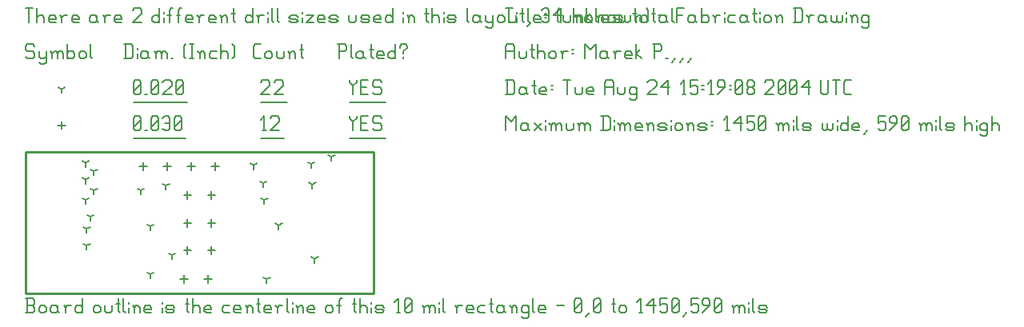
<source format=gbr>
G04 Title: (unknown), Fabrication Drawing *
G04 Creator: pcb-bin 1.99p *
G04 CreationDate: Tue Aug 24 15:19:08 2004 UTC *
G04 For: marek *
G04 Format: Gerber/RS-274X *
G04 PCB-Dimensions: 145000 59000 *
G04 PCB-Coordinate-Origin: lower left *
%MOIN*%
%FSLAX24Y24*%
%IPPOS*%
%ADD11C,0.0150*%
%ADD12C,0.0600*%
%ADD13C,0.0800*%
%ADD14R,0.0600X0.0600*%
%ADD15R,0.0800X0.0800*%
%ADD16C,0.0080*%
%ADD17C,0.0660*%
%ADD18C,0.0100*%
%ADD19C,0.0200*%
%ADD20C,0.0500*%
%ADD21C,0.0260*%
%ADD22R,0.0200X0.0200*%
%ADD23R,0.0500X0.0500*%
%ADD24R,0.0260X0.0260*%
%ADD25R,0.0360X0.0360*%
%ADD26R,0.0560X0.0560*%
%ADD27R,0.0420X0.0420*%
%ADD28R,0.0480X0.0480*%
%ADD29R,0.0680X0.0680*%
%ADD30R,0.0540X0.0540*%
%ADD31C,0.0400*%
%LNGROUP_1*%
%LPD*%
G01X0Y0D02*
G54D16*X6750Y4260D02*Y3940D01*
X6590Y4100D02*X6910D01*
X7750Y4260D02*Y3940D01*
X7590Y4100D02*X7910D01*
X6750Y1960D02*Y1640D01*
X6590Y1800D02*X6910D01*
X7750Y1960D02*Y1640D01*
X7590Y1800D02*X7910D01*
X7750Y3110D02*Y2790D01*
X7590Y2950D02*X7910D01*
X6750Y3110D02*Y2790D01*
X6590Y2950D02*X6910D01*
X7600Y760D02*Y440D01*
X7440Y600D02*X7760D01*
X6600Y760D02*Y440D01*
X6440Y600D02*X6760D01*
X7900Y5460D02*Y5140D01*
X7740Y5300D02*X8060D01*
X6900Y5460D02*Y5140D01*
X6740Y5300D02*X7060D01*
X5900Y5460D02*Y5140D01*
X5740Y5300D02*X6060D01*
X4900Y5460D02*Y5140D01*
X4740Y5300D02*X5060D01*
X1500Y7185D02*Y6865D01*
X1340Y7025D02*X1660D01*
G04 Text: YES *
X13500Y7400D02*Y7325D01*
X13650Y7175D01*
X13800Y7325D01*
Y7400D02*Y7325D01*
X13650Y7175D02*Y6800D01*
X13980Y7100D02*X14205D01*
X13980Y6800D02*X14280D01*
X13980Y7400D02*Y6800D01*
Y7400D02*X14280D01*
X14760D02*X14835Y7325D01*
X14535Y7400D02*X14760D01*
X14460Y7325D02*X14535Y7400D01*
X14460Y7325D02*Y7175D01*
X14535Y7100D01*
X14760D01*
X14835Y7025D01*
Y6875D01*
X14760Y6800D02*X14835Y6875D01*
X14535Y6800D02*X14760D01*
X14460Y6875D02*X14535Y6800D01*
X13500Y6474D02*X15015D01*
G04 Text: 12 *
X9875Y6800D02*X10025D01*
X9950Y7400D02*Y6800D01*
X9800Y7250D02*X9950Y7400D01*
X10205Y7325D02*X10280Y7400D01*
X10505D01*
X10580Y7325D01*
Y7175D01*
X10205Y6800D02*X10580Y7175D01*
X10205Y6800D02*X10580D01*
X9800Y6474D02*X10760D01*
G04 Text: 0.030 *
X4500Y6875D02*X4575Y6800D01*
X4500Y7325D02*Y6875D01*
Y7325D02*X4575Y7400D01*
X4725D01*
X4800Y7325D01*
Y6875D01*
X4725Y6800D02*X4800Y6875D01*
X4575Y6800D02*X4725D01*
X4500Y6950D02*X4800Y7250D01*
X4980Y6800D02*X5055D01*
X5235Y6875D02*X5310Y6800D01*
X5235Y7325D02*Y6875D01*
Y7325D02*X5310Y7400D01*
X5460D01*
X5535Y7325D01*
Y6875D01*
X5460Y6800D02*X5535Y6875D01*
X5310Y6800D02*X5460D01*
X5235Y6950D02*X5535Y7250D01*
X5715Y7325D02*X5790Y7400D01*
X5940D01*
X6015Y7325D01*
Y6875D01*
X5940Y6800D02*X6015Y6875D01*
X5790Y6800D02*X5940D01*
X5715Y6875D02*X5790Y6800D01*
Y7100D02*X6015D01*
X6195Y6875D02*X6270Y6800D01*
X6195Y7325D02*Y6875D01*
Y7325D02*X6270Y7400D01*
X6420D01*
X6495Y7325D01*
Y6875D01*
X6420Y6800D02*X6495Y6875D01*
X6270Y6800D02*X6420D01*
X6195Y6950D02*X6495Y7250D01*
X4500Y6474D02*X6675D01*
X5200Y800D02*Y640D01*
Y800D02*X5338Y880D01*
X5200Y800D02*X5061Y880D01*
X5200Y2800D02*Y2640D01*
Y2800D02*X5338Y2880D01*
X5200Y2800D02*X5061Y2880D01*
X2550Y2000D02*Y1840D01*
Y2000D02*X2688Y2080D01*
X2550Y2000D02*X2411Y2080D01*
X2500Y4750D02*Y4590D01*
Y4750D02*X2638Y4830D01*
X2500Y4750D02*X2361Y4830D01*
X6100Y1600D02*Y1440D01*
Y1600D02*X6238Y1680D01*
X6100Y1600D02*X5961Y1680D01*
X4800Y4300D02*Y4140D01*
Y4300D02*X4938Y4380D01*
X4800Y4300D02*X4661Y4380D01*
X2850Y5100D02*Y4940D01*
Y5100D02*X2988Y5180D01*
X2850Y5100D02*X2711Y5180D01*
X2550Y2700D02*Y2540D01*
Y2700D02*X2688Y2780D01*
X2550Y2700D02*X2411Y2780D01*
X9500Y5350D02*Y5190D01*
Y5350D02*X9638Y5430D01*
X9500Y5350D02*X9361Y5430D01*
X2500Y3900D02*Y3740D01*
Y3900D02*X2638Y3980D01*
X2500Y3900D02*X2361Y3980D01*
X2850Y4300D02*Y4140D01*
Y4300D02*X2988Y4380D01*
X2850Y4300D02*X2711Y4380D01*
X2500Y5450D02*Y5290D01*
Y5450D02*X2638Y5530D01*
X2500Y5450D02*X2361Y5530D01*
X5850Y4500D02*Y4340D01*
Y4500D02*X5988Y4580D01*
X5850Y4500D02*X5711Y4580D01*
X10050Y600D02*Y440D01*
Y600D02*X10188Y680D01*
X10050Y600D02*X9911Y680D01*
X9900Y4600D02*Y4440D01*
Y4600D02*X10038Y4680D01*
X9900Y4600D02*X9761Y4680D01*
X9950Y3900D02*Y3740D01*
Y3900D02*X10088Y3980D01*
X9950Y3900D02*X9811Y3980D01*
X10550Y2850D02*Y2690D01*
Y2850D02*X10688Y2930D01*
X10550Y2850D02*X10411Y2930D01*
X2700Y3200D02*Y3040D01*
Y3200D02*X2838Y3280D01*
X2700Y3200D02*X2561Y3280D01*
X12050Y1450D02*Y1290D01*
Y1450D02*X12188Y1530D01*
X12050Y1450D02*X11911Y1530D01*
X11950Y4550D02*Y4390D01*
Y4550D02*X12088Y4630D01*
X11950Y4550D02*X11811Y4630D01*
X11900Y5400D02*Y5240D01*
Y5400D02*X12038Y5480D01*
X11900Y5400D02*X11761Y5480D01*
X12750Y5700D02*Y5540D01*
Y5700D02*X12888Y5780D01*
X12750Y5700D02*X12611Y5780D01*
X1500Y8525D02*Y8365D01*
Y8525D02*X1638Y8605D01*
X1500Y8525D02*X1361Y8605D01*
G04 Text: YES *
X13500Y8900D02*Y8825D01*
X13650Y8675D01*
X13800Y8825D01*
Y8900D02*Y8825D01*
X13650Y8675D02*Y8300D01*
X13980Y8600D02*X14205D01*
X13980Y8300D02*X14280D01*
X13980Y8900D02*Y8300D01*
Y8900D02*X14280D01*
X14760D02*X14835Y8825D01*
X14535Y8900D02*X14760D01*
X14460Y8825D02*X14535Y8900D01*
X14460Y8825D02*Y8675D01*
X14535Y8600D01*
X14760D01*
X14835Y8525D01*
Y8375D01*
X14760Y8300D02*X14835Y8375D01*
X14535Y8300D02*X14760D01*
X14460Y8375D02*X14535Y8300D01*
X13500Y7974D02*X15015D01*
G04 Text: 22 *
X9800Y8825D02*X9875Y8900D01*
X10100D01*
X10175Y8825D01*
Y8675D01*
X9800Y8300D02*X10175Y8675D01*
X9800Y8300D02*X10175D01*
X10355Y8825D02*X10430Y8900D01*
X10655D01*
X10730Y8825D01*
Y8675D01*
X10355Y8300D02*X10730Y8675D01*
X10355Y8300D02*X10730D01*
X9800Y7974D02*X10910D01*
G04 Text: 0.020 *
X4500Y8375D02*X4575Y8300D01*
X4500Y8825D02*Y8375D01*
Y8825D02*X4575Y8900D01*
X4725D01*
X4800Y8825D01*
Y8375D01*
X4725Y8300D02*X4800Y8375D01*
X4575Y8300D02*X4725D01*
X4500Y8450D02*X4800Y8750D01*
X4980Y8300D02*X5055D01*
X5235Y8375D02*X5310Y8300D01*
X5235Y8825D02*Y8375D01*
Y8825D02*X5310Y8900D01*
X5460D01*
X5535Y8825D01*
Y8375D01*
X5460Y8300D02*X5535Y8375D01*
X5310Y8300D02*X5460D01*
X5235Y8450D02*X5535Y8750D01*
X5715Y8825D02*X5790Y8900D01*
X6015D01*
X6090Y8825D01*
Y8675D01*
X5715Y8300D02*X6090Y8675D01*
X5715Y8300D02*X6090D01*
X6270Y8375D02*X6345Y8300D01*
X6270Y8825D02*Y8375D01*
Y8825D02*X6345Y8900D01*
X6495D01*
X6570Y8825D01*
Y8375D01*
X6495Y8300D02*X6570Y8375D01*
X6345Y8300D02*X6495D01*
X6270Y8450D02*X6570Y8750D01*
X4500Y7974D02*X6750D01*
G04 Text: Symbol *
X300Y10400D02*X375Y10325D01*
X75Y10400D02*X300D01*
X0Y10325D02*X75Y10400D01*
X0Y10325D02*Y10175D01*
X75Y10100D01*
X300D01*
X375Y10025D01*
Y9875D01*
X300Y9800D02*X375Y9875D01*
X75Y9800D02*X300D01*
X0Y9875D02*X75Y9800D01*
X555Y10100D02*Y9875D01*
X630Y9800D01*
X855Y10100D02*Y9650D01*
X780Y9575D02*X855Y9650D01*
X630Y9575D02*X780D01*
X555Y9650D02*X630Y9575D01*
Y9800D02*X780D01*
X855Y9875D01*
X1110Y10025D02*Y9800D01*
Y10025D02*X1185Y10100D01*
X1260D01*
X1335Y10025D01*
Y9800D01*
Y10025D02*X1410Y10100D01*
X1485D01*
X1560Y10025D01*
Y9800D01*
X1035Y10100D02*X1110Y10025D01*
X1740Y10400D02*Y9800D01*
Y9875D02*X1815Y9800D01*
X1965D01*
X2040Y9875D01*
Y10025D02*Y9875D01*
X1965Y10100D02*X2040Y10025D01*
X1815Y10100D02*X1965D01*
X1740Y10025D02*X1815Y10100D01*
X2220Y10025D02*Y9875D01*
Y10025D02*X2295Y10100D01*
X2445D01*
X2520Y10025D01*
Y9875D01*
X2445Y9800D02*X2520Y9875D01*
X2295Y9800D02*X2445D01*
X2220Y9875D02*X2295Y9800D01*
X2700Y10400D02*Y9875D01*
X2775Y9800D01*
G04 Text: Diam. (Inch) *
X4175Y10400D02*Y9800D01*
X4400Y10400D02*X4475Y10325D01*
Y9875D01*
X4400Y9800D02*X4475Y9875D01*
X4100Y9800D02*X4400D01*
X4100Y10400D02*X4400D01*
X4655Y10250D02*Y10175D01*
Y10025D02*Y9800D01*
X5030Y10100D02*X5105Y10025D01*
X4880Y10100D02*X5030D01*
X4805Y10025D02*X4880Y10100D01*
X4805Y10025D02*Y9875D01*
X4880Y9800D01*
X5105Y10100D02*Y9875D01*
X5180Y9800D01*
X4880D02*X5030D01*
X5105Y9875D01*
X5435Y10025D02*Y9800D01*
Y10025D02*X5510Y10100D01*
X5585D01*
X5660Y10025D01*
Y9800D01*
Y10025D02*X5735Y10100D01*
X5810D01*
X5885Y10025D01*
Y9800D01*
X5360Y10100D02*X5435Y10025D01*
X6065Y9800D02*X6140D01*
X6590Y9875D02*X6665Y9800D01*
X6590Y10325D02*X6665Y10400D01*
X6590Y10325D02*Y9875D01*
X6845Y10400D02*X6995D01*
X6920D02*Y9800D01*
X6845D02*X6995D01*
X7251Y10025D02*Y9800D01*
Y10025D02*X7326Y10100D01*
X7401D01*
X7476Y10025D01*
Y9800D01*
X7176Y10100D02*X7251Y10025D01*
X7731Y10100D02*X7956D01*
X7656Y10025D02*X7731Y10100D01*
X7656Y10025D02*Y9875D01*
X7731Y9800D01*
X7956D01*
X8136Y10400D02*Y9800D01*
Y10025D02*X8211Y10100D01*
X8361D01*
X8436Y10025D01*
Y9800D01*
X8616Y10400D02*X8691Y10325D01*
Y9875D01*
X8616Y9800D02*X8691Y9875D01*
G04 Text: Count *
X9575Y9800D02*X9800D01*
X9500Y9875D02*X9575Y9800D01*
X9500Y10325D02*Y9875D01*
Y10325D02*X9575Y10400D01*
X9800D01*
X9980Y10025D02*Y9875D01*
Y10025D02*X10055Y10100D01*
X10205D01*
X10280Y10025D01*
Y9875D01*
X10205Y9800D02*X10280Y9875D01*
X10055Y9800D02*X10205D01*
X9980Y9875D02*X10055Y9800D01*
X10460Y10100D02*Y9875D01*
X10535Y9800D01*
X10685D01*
X10760Y9875D01*
Y10100D02*Y9875D01*
X11015Y10025D02*Y9800D01*
Y10025D02*X11090Y10100D01*
X11165D01*
X11240Y10025D01*
Y9800D01*
X10940Y10100D02*X11015Y10025D01*
X11495Y10400D02*Y9875D01*
X11570Y9800D01*
X11420Y10175D02*X11570D01*
G04 Text: Plated? *
X13075Y10400D02*Y9800D01*
X13000Y10400D02*X13300D01*
X13375Y10325D01*
Y10175D01*
X13300Y10100D02*X13375Y10175D01*
X13075Y10100D02*X13300D01*
X13555Y10400D02*Y9875D01*
X13630Y9800D01*
X14005Y10100D02*X14080Y10025D01*
X13855Y10100D02*X14005D01*
X13780Y10025D02*X13855Y10100D01*
X13780Y10025D02*Y9875D01*
X13855Y9800D01*
X14080Y10100D02*Y9875D01*
X14155Y9800D01*
X13855D02*X14005D01*
X14080Y9875D01*
X14410Y10400D02*Y9875D01*
X14485Y9800D01*
X14335Y10175D02*X14485D01*
X14710Y9800D02*X14935D01*
X14635Y9875D02*X14710Y9800D01*
X14635Y10025D02*Y9875D01*
Y10025D02*X14710Y10100D01*
X14860D01*
X14935Y10025D01*
X14635Y9950D02*X14935D01*
Y10025D02*Y9950D01*
X15415Y10400D02*Y9800D01*
X15340D02*X15415Y9875D01*
X15190Y9800D02*X15340D01*
X15115Y9875D02*X15190Y9800D01*
X15115Y10025D02*Y9875D01*
Y10025D02*X15190Y10100D01*
X15340D01*
X15415Y10025D01*
X15745Y10100D02*Y10025D01*
Y9875D02*Y9800D01*
X15595Y10325D02*Y10250D01*
Y10325D02*X15670Y10400D01*
X15820D01*
X15895Y10325D01*
Y10250D01*
X15745Y10100D02*X15895Y10250D01*
G04 Text: There are 2 different drill sizes used in this layout, 34 holes total *
X0Y11900D02*X300D01*
X150D02*Y11300D01*
X480Y11900D02*Y11300D01*
Y11525D02*X555Y11600D01*
X705D01*
X780Y11525D01*
Y11300D01*
X1035D02*X1260D01*
X960Y11375D02*X1035Y11300D01*
X960Y11525D02*Y11375D01*
Y11525D02*X1035Y11600D01*
X1185D01*
X1260Y11525D01*
X960Y11450D02*X1260D01*
Y11525D02*Y11450D01*
X1515Y11525D02*Y11300D01*
Y11525D02*X1590Y11600D01*
X1740D01*
X1440D02*X1515Y11525D01*
X1995Y11300D02*X2220D01*
X1920Y11375D02*X1995Y11300D01*
X1920Y11525D02*Y11375D01*
Y11525D02*X1995Y11600D01*
X2145D01*
X2220Y11525D01*
X1920Y11450D02*X2220D01*
Y11525D02*Y11450D01*
X2895Y11600D02*X2970Y11525D01*
X2745Y11600D02*X2895D01*
X2670Y11525D02*X2745Y11600D01*
X2670Y11525D02*Y11375D01*
X2745Y11300D01*
X2970Y11600D02*Y11375D01*
X3045Y11300D01*
X2745D02*X2895D01*
X2970Y11375D01*
X3300Y11525D02*Y11300D01*
Y11525D02*X3375Y11600D01*
X3525D01*
X3225D02*X3300Y11525D01*
X3781Y11300D02*X4006D01*
X3706Y11375D02*X3781Y11300D01*
X3706Y11525D02*Y11375D01*
Y11525D02*X3781Y11600D01*
X3931D01*
X4006Y11525D01*
X3706Y11450D02*X4006D01*
Y11525D02*Y11450D01*
X4456Y11825D02*X4531Y11900D01*
X4756D01*
X4831Y11825D01*
Y11675D01*
X4456Y11300D02*X4831Y11675D01*
X4456Y11300D02*X4831D01*
X5581Y11900D02*Y11300D01*
X5506D02*X5581Y11375D01*
X5356Y11300D02*X5506D01*
X5281Y11375D02*X5356Y11300D01*
X5281Y11525D02*Y11375D01*
Y11525D02*X5356Y11600D01*
X5506D01*
X5581Y11525D01*
X5761Y11750D02*Y11675D01*
Y11525D02*Y11300D01*
X5986Y11825D02*Y11300D01*
Y11825D02*X6061Y11900D01*
X6136D01*
X5911Y11600D02*X6061D01*
X6361Y11825D02*Y11300D01*
Y11825D02*X6436Y11900D01*
X6511D01*
X6286Y11600D02*X6436D01*
X6736Y11300D02*X6961D01*
X6661Y11375D02*X6736Y11300D01*
X6661Y11525D02*Y11375D01*
Y11525D02*X6736Y11600D01*
X6886D01*
X6961Y11525D01*
X6661Y11450D02*X6961D01*
Y11525D02*Y11450D01*
X7217Y11525D02*Y11300D01*
Y11525D02*X7292Y11600D01*
X7442D01*
X7142D02*X7217Y11525D01*
X7697Y11300D02*X7922D01*
X7622Y11375D02*X7697Y11300D01*
X7622Y11525D02*Y11375D01*
Y11525D02*X7697Y11600D01*
X7847D01*
X7922Y11525D01*
X7622Y11450D02*X7922D01*
Y11525D02*Y11450D01*
X8177Y11525D02*Y11300D01*
Y11525D02*X8252Y11600D01*
X8327D01*
X8402Y11525D01*
Y11300D01*
X8102Y11600D02*X8177Y11525D01*
X8657Y11900D02*Y11375D01*
X8732Y11300D01*
X8582Y11675D02*X8732D01*
X9452Y11900D02*Y11300D01*
X9377D02*X9452Y11375D01*
X9227Y11300D02*X9377D01*
X9152Y11375D02*X9227Y11300D01*
X9152Y11525D02*Y11375D01*
Y11525D02*X9227Y11600D01*
X9377D01*
X9452Y11525D01*
X9707D02*Y11300D01*
Y11525D02*X9782Y11600D01*
X9932D01*
X9632D02*X9707Y11525D01*
X10113Y11750D02*Y11675D01*
Y11525D02*Y11300D01*
X10263Y11900D02*Y11375D01*
X10338Y11300D01*
X10488Y11900D02*Y11375D01*
X10563Y11300D01*
X11058D02*X11283D01*
X11358Y11375D01*
X11283Y11450D02*X11358Y11375D01*
X11058Y11450D02*X11283D01*
X10983Y11525D02*X11058Y11450D01*
X10983Y11525D02*X11058Y11600D01*
X11283D01*
X11358Y11525D01*
X10983Y11375D02*X11058Y11300D01*
X11538Y11750D02*Y11675D01*
Y11525D02*Y11300D01*
X11688Y11600D02*X11988D01*
X11688Y11300D02*X11988Y11600D01*
X11688Y11300D02*X11988D01*
X12243D02*X12468D01*
X12168Y11375D02*X12243Y11300D01*
X12168Y11525D02*Y11375D01*
Y11525D02*X12243Y11600D01*
X12393D01*
X12468Y11525D01*
X12168Y11450D02*X12468D01*
Y11525D02*Y11450D01*
X12724Y11300D02*X12949D01*
X13024Y11375D01*
X12949Y11450D02*X13024Y11375D01*
X12724Y11450D02*X12949D01*
X12649Y11525D02*X12724Y11450D01*
X12649Y11525D02*X12724Y11600D01*
X12949D01*
X13024Y11525D01*
X12649Y11375D02*X12724Y11300D01*
X13474Y11600D02*Y11375D01*
X13549Y11300D01*
X13699D01*
X13774Y11375D01*
Y11600D02*Y11375D01*
X14029Y11300D02*X14254D01*
X14329Y11375D01*
X14254Y11450D02*X14329Y11375D01*
X14029Y11450D02*X14254D01*
X13954Y11525D02*X14029Y11450D01*
X13954Y11525D02*X14029Y11600D01*
X14254D01*
X14329Y11525D01*
X13954Y11375D02*X14029Y11300D01*
X14584D02*X14809D01*
X14509Y11375D02*X14584Y11300D01*
X14509Y11525D02*Y11375D01*
Y11525D02*X14584Y11600D01*
X14734D01*
X14809Y11525D01*
X14509Y11450D02*X14809D01*
Y11525D02*Y11450D01*
X15289Y11900D02*Y11300D01*
X15214D02*X15289Y11375D01*
X15064Y11300D02*X15214D01*
X14989Y11375D02*X15064Y11300D01*
X14989Y11525D02*Y11375D01*
Y11525D02*X15064Y11600D01*
X15214D01*
X15289Y11525D01*
X15739Y11750D02*Y11675D01*
Y11525D02*Y11300D01*
X15964Y11525D02*Y11300D01*
Y11525D02*X16039Y11600D01*
X16114D01*
X16189Y11525D01*
Y11300D01*
X15889Y11600D02*X15964Y11525D01*
X16715Y11900D02*Y11375D01*
X16790Y11300D01*
X16640Y11675D02*X16790D01*
X16940Y11900D02*Y11300D01*
Y11525D02*X17015Y11600D01*
X17165D01*
X17240Y11525D01*
Y11300D01*
X17420Y11750D02*Y11675D01*
Y11525D02*Y11300D01*
X17645D02*X17870D01*
X17945Y11375D01*
X17870Y11450D02*X17945Y11375D01*
X17645Y11450D02*X17870D01*
X17570Y11525D02*X17645Y11450D01*
X17570Y11525D02*X17645Y11600D01*
X17870D01*
X17945Y11525D01*
X17570Y11375D02*X17645Y11300D01*
X18395Y11900D02*Y11375D01*
X18470Y11300D01*
X18845Y11600D02*X18920Y11525D01*
X18695Y11600D02*X18845D01*
X18620Y11525D02*X18695Y11600D01*
X18620Y11525D02*Y11375D01*
X18695Y11300D01*
X18920Y11600D02*Y11375D01*
X18995Y11300D01*
X18695D02*X18845D01*
X18920Y11375D01*
X19176Y11600D02*Y11375D01*
X19251Y11300D01*
X19476Y11600D02*Y11150D01*
X19401Y11075D02*X19476Y11150D01*
X19251Y11075D02*X19401D01*
X19176Y11150D02*X19251Y11075D01*
Y11300D02*X19401D01*
X19476Y11375D01*
X19656Y11525D02*Y11375D01*
Y11525D02*X19731Y11600D01*
X19881D01*
X19956Y11525D01*
Y11375D01*
X19881Y11300D02*X19956Y11375D01*
X19731Y11300D02*X19881D01*
X19656Y11375D02*X19731Y11300D01*
X20136Y11600D02*Y11375D01*
X20211Y11300D01*
X20361D01*
X20436Y11375D01*
Y11600D02*Y11375D01*
X20691Y11900D02*Y11375D01*
X20766Y11300D01*
X20616Y11675D02*X20766D01*
X20916Y11150D02*X21066Y11300D01*
X21516Y11825D02*X21591Y11900D01*
X21741D01*
X21816Y11825D01*
Y11375D01*
X21741Y11300D02*X21816Y11375D01*
X21591Y11300D02*X21741D01*
X21516Y11375D02*X21591Y11300D01*
Y11600D02*X21816D01*
X21996D02*X22296Y11900D01*
X21996Y11600D02*X22371D01*
X22296Y11900D02*Y11300D01*
X22822Y11900D02*Y11300D01*
Y11525D02*X22897Y11600D01*
X23047D01*
X23122Y11525D01*
Y11300D01*
X23302Y11525D02*Y11375D01*
Y11525D02*X23377Y11600D01*
X23527D01*
X23602Y11525D01*
Y11375D01*
X23527Y11300D02*X23602Y11375D01*
X23377Y11300D02*X23527D01*
X23302Y11375D02*X23377Y11300D01*
X23782Y11900D02*Y11375D01*
X23857Y11300D01*
X24082D02*X24307D01*
X24007Y11375D02*X24082Y11300D01*
X24007Y11525D02*Y11375D01*
Y11525D02*X24082Y11600D01*
X24232D01*
X24307Y11525D01*
X24007Y11450D02*X24307D01*
Y11525D02*Y11450D01*
X24562Y11300D02*X24787D01*
X24862Y11375D01*
X24787Y11450D02*X24862Y11375D01*
X24562Y11450D02*X24787D01*
X24487Y11525D02*X24562Y11450D01*
X24487Y11525D02*X24562Y11600D01*
X24787D01*
X24862Y11525D01*
X24487Y11375D02*X24562Y11300D01*
X25387Y11900D02*Y11375D01*
X25462Y11300D01*
X25312Y11675D02*X25462D01*
X25612Y11525D02*Y11375D01*
Y11525D02*X25687Y11600D01*
X25837D01*
X25912Y11525D01*
Y11375D01*
X25837Y11300D02*X25912Y11375D01*
X25687Y11300D02*X25837D01*
X25612Y11375D02*X25687Y11300D01*
X26168Y11900D02*Y11375D01*
X26243Y11300D01*
X26093Y11675D02*X26243D01*
X26618Y11600D02*X26693Y11525D01*
X26468Y11600D02*X26618D01*
X26393Y11525D02*X26468Y11600D01*
X26393Y11525D02*Y11375D01*
X26468Y11300D01*
X26693Y11600D02*Y11375D01*
X26768Y11300D01*
X26468D02*X26618D01*
X26693Y11375D01*
X26948Y11900D02*Y11375D01*
X27023Y11300D01*
G04 Text: Maximum Dimensions: 1450 mils wide, 590 mils high *
X20000Y7400D02*Y6800D01*
Y7400D02*X20225Y7175D01*
X20450Y7400D01*
Y6800D01*
X20855Y7100D02*X20930Y7025D01*
X20705Y7100D02*X20855D01*
X20630Y7025D02*X20705Y7100D01*
X20630Y7025D02*Y6875D01*
X20705Y6800D01*
X20930Y7100D02*Y6875D01*
X21005Y6800D01*
X20705D02*X20855D01*
X20930Y6875D01*
X21185Y7100D02*X21485Y6800D01*
X21185D02*X21485Y7100D01*
X21665Y7250D02*Y7175D01*
Y7025D02*Y6800D01*
X21890Y7025D02*Y6800D01*
Y7025D02*X21965Y7100D01*
X22040D01*
X22115Y7025D01*
Y6800D01*
Y7025D02*X22190Y7100D01*
X22265D01*
X22340Y7025D01*
Y6800D01*
X21815Y7100D02*X21890Y7025D01*
X22520Y7100D02*Y6875D01*
X22595Y6800D01*
X22745D01*
X22820Y6875D01*
Y7100D02*Y6875D01*
X23075Y7025D02*Y6800D01*
Y7025D02*X23150Y7100D01*
X23225D01*
X23300Y7025D01*
Y6800D01*
Y7025D02*X23375Y7100D01*
X23450D01*
X23525Y7025D01*
Y6800D01*
X23000Y7100D02*X23075Y7025D01*
X24051Y7400D02*Y6800D01*
X24276Y7400D02*X24351Y7325D01*
Y6875D01*
X24276Y6800D02*X24351Y6875D01*
X23976Y6800D02*X24276D01*
X23976Y7400D02*X24276D01*
X24531Y7250D02*Y7175D01*
Y7025D02*Y6800D01*
X24756Y7025D02*Y6800D01*
Y7025D02*X24831Y7100D01*
X24906D01*
X24981Y7025D01*
Y6800D01*
Y7025D02*X25056Y7100D01*
X25131D01*
X25206Y7025D01*
Y6800D01*
X24681Y7100D02*X24756Y7025D01*
X25461Y6800D02*X25686D01*
X25386Y6875D02*X25461Y6800D01*
X25386Y7025D02*Y6875D01*
Y7025D02*X25461Y7100D01*
X25611D01*
X25686Y7025D01*
X25386Y6950D02*X25686D01*
Y7025D02*Y6950D01*
X25941Y7025D02*Y6800D01*
Y7025D02*X26016Y7100D01*
X26091D01*
X26166Y7025D01*
Y6800D01*
X25866Y7100D02*X25941Y7025D01*
X26421Y6800D02*X26646D01*
X26721Y6875D01*
X26646Y6950D02*X26721Y6875D01*
X26421Y6950D02*X26646D01*
X26346Y7025D02*X26421Y6950D01*
X26346Y7025D02*X26421Y7100D01*
X26646D01*
X26721Y7025D01*
X26346Y6875D02*X26421Y6800D01*
X26901Y7250D02*Y7175D01*
Y7025D02*Y6800D01*
X27052Y7025D02*Y6875D01*
Y7025D02*X27127Y7100D01*
X27277D01*
X27352Y7025D01*
Y6875D01*
X27277Y6800D02*X27352Y6875D01*
X27127Y6800D02*X27277D01*
X27052Y6875D02*X27127Y6800D01*
X27607Y7025D02*Y6800D01*
Y7025D02*X27682Y7100D01*
X27757D01*
X27832Y7025D01*
Y6800D01*
X27532Y7100D02*X27607Y7025D01*
X28087Y6800D02*X28312D01*
X28387Y6875D01*
X28312Y6950D02*X28387Y6875D01*
X28087Y6950D02*X28312D01*
X28012Y7025D02*X28087Y6950D01*
X28012Y7025D02*X28087Y7100D01*
X28312D01*
X28387Y7025D01*
X28012Y6875D02*X28087Y6800D01*
X28567Y7175D02*X28642D01*
X28567Y7025D02*X28642D01*
X29167Y6800D02*X29317D01*
X29242Y7400D02*Y6800D01*
X29092Y7250D02*X29242Y7400D01*
X29497Y7100D02*X29797Y7400D01*
X29497Y7100D02*X29872D01*
X29797Y7400D02*Y6800D01*
X30053Y7400D02*X30353D01*
X30053D02*Y7100D01*
X30128Y7175D01*
X30278D01*
X30353Y7100D01*
Y6875D01*
X30278Y6800D02*X30353Y6875D01*
X30128Y6800D02*X30278D01*
X30053Y6875D02*X30128Y6800D01*
X30533Y6875D02*X30608Y6800D01*
X30533Y7325D02*Y6875D01*
Y7325D02*X30608Y7400D01*
X30758D01*
X30833Y7325D01*
Y6875D01*
X30758Y6800D02*X30833Y6875D01*
X30608Y6800D02*X30758D01*
X30533Y6950D02*X30833Y7250D01*
X31358Y7025D02*Y6800D01*
Y7025D02*X31433Y7100D01*
X31508D01*
X31583Y7025D01*
Y6800D01*
Y7025D02*X31658Y7100D01*
X31733D01*
X31808Y7025D01*
Y6800D01*
X31283Y7100D02*X31358Y7025D01*
X31988Y7250D02*Y7175D01*
Y7025D02*Y6800D01*
X32138Y7400D02*Y6875D01*
X32213Y6800D01*
X32438D02*X32663D01*
X32738Y6875D01*
X32663Y6950D02*X32738Y6875D01*
X32438Y6950D02*X32663D01*
X32363Y7025D02*X32438Y6950D01*
X32363Y7025D02*X32438Y7100D01*
X32663D01*
X32738Y7025D01*
X32363Y6875D02*X32438Y6800D01*
X33188Y7100D02*Y6875D01*
X33263Y6800D01*
X33338D01*
X33413Y6875D01*
Y7100D02*Y6875D01*
X33488Y6800D01*
X33563D01*
X33638Y6875D01*
Y7100D02*Y6875D01*
X33819Y7250D02*Y7175D01*
Y7025D02*Y6800D01*
X34269Y7400D02*Y6800D01*
X34194D02*X34269Y6875D01*
X34044Y6800D02*X34194D01*
X33969Y6875D02*X34044Y6800D01*
X33969Y7025D02*Y6875D01*
Y7025D02*X34044Y7100D01*
X34194D01*
X34269Y7025D01*
X34524Y6800D02*X34749D01*
X34449Y6875D02*X34524Y6800D01*
X34449Y7025D02*Y6875D01*
Y7025D02*X34524Y7100D01*
X34674D01*
X34749Y7025D01*
X34449Y6950D02*X34749D01*
Y7025D02*Y6950D01*
X34929Y6650D02*X35079Y6800D01*
X35529Y7400D02*X35829D01*
X35529D02*Y7100D01*
X35604Y7175D01*
X35754D01*
X35829Y7100D01*
Y6875D01*
X35754Y6800D02*X35829Y6875D01*
X35604Y6800D02*X35754D01*
X35529Y6875D02*X35604Y6800D01*
X36009D02*X36309Y7100D01*
Y7325D02*Y7100D01*
X36234Y7400D02*X36309Y7325D01*
X36084Y7400D02*X36234D01*
X36009Y7325D02*X36084Y7400D01*
X36009Y7325D02*Y7175D01*
X36084Y7100D01*
X36309D01*
X36489Y6875D02*X36564Y6800D01*
X36489Y7325D02*Y6875D01*
Y7325D02*X36564Y7400D01*
X36714D01*
X36789Y7325D01*
Y6875D01*
X36714Y6800D02*X36789Y6875D01*
X36564Y6800D02*X36714D01*
X36489Y6950D02*X36789Y7250D01*
X37315Y7025D02*Y6800D01*
Y7025D02*X37390Y7100D01*
X37465D01*
X37540Y7025D01*
Y6800D01*
Y7025D02*X37615Y7100D01*
X37690D01*
X37765Y7025D01*
Y6800D01*
X37240Y7100D02*X37315Y7025D01*
X37945Y7250D02*Y7175D01*
Y7025D02*Y6800D01*
X38095Y7400D02*Y6875D01*
X38170Y6800D01*
X38395D02*X38620D01*
X38695Y6875D01*
X38620Y6950D02*X38695Y6875D01*
X38395Y6950D02*X38620D01*
X38320Y7025D02*X38395Y6950D01*
X38320Y7025D02*X38395Y7100D01*
X38620D01*
X38695Y7025D01*
X38320Y6875D02*X38395Y6800D01*
X39145Y7400D02*Y6800D01*
Y7025D02*X39220Y7100D01*
X39370D01*
X39445Y7025D01*
Y6800D01*
X39625Y7250D02*Y7175D01*
Y7025D02*Y6800D01*
X40001Y7100D02*X40076Y7025D01*
X39851Y7100D02*X40001D01*
X39776Y7025D02*X39851Y7100D01*
X39776Y7025D02*Y6875D01*
X39851Y6800D01*
X40001D01*
X40076Y6875D01*
X39776Y6650D02*X39851Y6575D01*
X40001D01*
X40076Y6650D01*
Y7100D02*Y6650D01*
X40256Y7400D02*Y6800D01*
Y7025D02*X40331Y7100D01*
X40481D01*
X40556Y7025D01*
Y6800D01*
*G04 Outline ***
G54D18*X0Y0D02*X14500Y0D01*
X14500Y0D02*X14500Y5900D01*
X14500Y5900D02*X0Y5900D01*
X0Y5900D02*X0Y0D01*
G04 Text: Board outline is the centerline of this 10 mil rectangle - 0,0 to 1450,590 mils *
G54D16*Y-800D02*X300D01*
X375Y-725D01*
Y-575D02*Y-725D01*
X300Y-500D02*X375Y-575D01*
X75Y-500D02*X300D01*
X75Y-200D02*Y-800D01*
X0Y-200D02*X300D01*
X375Y-275D01*
Y-425D01*
X300Y-500D02*X375Y-425D01*
X555Y-575D02*Y-725D01*
Y-575D02*X630Y-500D01*
X780D01*
X855Y-575D01*
Y-725D01*
X780Y-800D02*X855Y-725D01*
X630Y-800D02*X780D01*
X555Y-725D02*X630Y-800D01*
X1260Y-500D02*X1335Y-575D01*
X1110Y-500D02*X1260D01*
X1035Y-575D02*X1110Y-500D01*
X1035Y-575D02*Y-725D01*
X1110Y-800D01*
X1335Y-500D02*Y-725D01*
X1410Y-800D01*
X1110D02*X1260D01*
X1335Y-725D01*
X1665Y-575D02*Y-800D01*
Y-575D02*X1740Y-500D01*
X1890D01*
X1590D02*X1665Y-575D01*
X2370Y-200D02*Y-800D01*
X2295D02*X2370Y-725D01*
X2145Y-800D02*X2295D01*
X2070Y-725D02*X2145Y-800D01*
X2070Y-575D02*Y-725D01*
Y-575D02*X2145Y-500D01*
X2295D01*
X2370Y-575D01*
X2820D02*Y-725D01*
Y-575D02*X2895Y-500D01*
X3045D01*
X3120Y-575D01*
Y-725D01*
X3045Y-800D02*X3120Y-725D01*
X2895Y-800D02*X3045D01*
X2820Y-725D02*X2895Y-800D01*
X3300Y-500D02*Y-725D01*
X3375Y-800D01*
X3525D01*
X3600Y-725D01*
Y-500D02*Y-725D01*
X3856Y-200D02*Y-725D01*
X3931Y-800D01*
X3781Y-425D02*X3931D01*
X4081Y-200D02*Y-725D01*
X4156Y-800D01*
X4306Y-350D02*Y-425D01*
Y-575D02*Y-800D01*
X4531Y-575D02*Y-800D01*
Y-575D02*X4606Y-500D01*
X4681D01*
X4756Y-575D01*
Y-800D01*
X4456Y-500D02*X4531Y-575D01*
X5011Y-800D02*X5236D01*
X4936Y-725D02*X5011Y-800D01*
X4936Y-575D02*Y-725D01*
Y-575D02*X5011Y-500D01*
X5161D01*
X5236Y-575D01*
X4936Y-650D02*X5236D01*
Y-575D02*Y-650D01*
X5686Y-350D02*Y-425D01*
Y-575D02*Y-800D01*
X5911D02*X6136D01*
X6211Y-725D01*
X6136Y-650D02*X6211Y-725D01*
X5911Y-650D02*X6136D01*
X5836Y-575D02*X5911Y-650D01*
X5836Y-575D02*X5911Y-500D01*
X6136D01*
X6211Y-575D01*
X5836Y-725D02*X5911Y-800D01*
X6737Y-200D02*Y-725D01*
X6812Y-800D01*
X6662Y-425D02*X6812D01*
X6962Y-200D02*Y-800D01*
Y-575D02*X7037Y-500D01*
X7187D01*
X7262Y-575D01*
Y-800D01*
X7517D02*X7742D01*
X7442Y-725D02*X7517Y-800D01*
X7442Y-575D02*Y-725D01*
Y-575D02*X7517Y-500D01*
X7667D01*
X7742Y-575D01*
X7442Y-650D02*X7742D01*
Y-575D02*Y-650D01*
X8267Y-500D02*X8492D01*
X8192Y-575D02*X8267Y-500D01*
X8192Y-575D02*Y-725D01*
X8267Y-800D01*
X8492D01*
X8747D02*X8972D01*
X8672Y-725D02*X8747Y-800D01*
X8672Y-575D02*Y-725D01*
Y-575D02*X8747Y-500D01*
X8897D01*
X8972Y-575D01*
X8672Y-650D02*X8972D01*
Y-575D02*Y-650D01*
X9227Y-575D02*Y-800D01*
Y-575D02*X9302Y-500D01*
X9377D01*
X9452Y-575D01*
Y-800D01*
X9152Y-500D02*X9227Y-575D01*
X9708Y-200D02*Y-725D01*
X9783Y-800D01*
X9633Y-425D02*X9783D01*
X10008Y-800D02*X10233D01*
X9933Y-725D02*X10008Y-800D01*
X9933Y-575D02*Y-725D01*
Y-575D02*X10008Y-500D01*
X10158D01*
X10233Y-575D01*
X9933Y-650D02*X10233D01*
Y-575D02*Y-650D01*
X10488Y-575D02*Y-800D01*
Y-575D02*X10563Y-500D01*
X10713D01*
X10413D02*X10488Y-575D01*
X10893Y-200D02*Y-725D01*
X10968Y-800D01*
X11118Y-350D02*Y-425D01*
Y-575D02*Y-800D01*
X11343Y-575D02*Y-800D01*
Y-575D02*X11418Y-500D01*
X11493D01*
X11568Y-575D01*
Y-800D01*
X11268Y-500D02*X11343Y-575D01*
X11823Y-800D02*X12048D01*
X11748Y-725D02*X11823Y-800D01*
X11748Y-575D02*Y-725D01*
Y-575D02*X11823Y-500D01*
X11973D01*
X12048Y-575D01*
X11748Y-650D02*X12048D01*
Y-575D02*Y-650D01*
X12499Y-575D02*Y-725D01*
Y-575D02*X12574Y-500D01*
X12724D01*
X12799Y-575D01*
Y-725D01*
X12724Y-800D02*X12799Y-725D01*
X12574Y-800D02*X12724D01*
X12499Y-725D02*X12574Y-800D01*
X13054Y-275D02*Y-800D01*
Y-275D02*X13129Y-200D01*
X13204D01*
X12979Y-500D02*X13129D01*
X13699Y-200D02*Y-725D01*
X13774Y-800D01*
X13624Y-425D02*X13774D01*
X13924Y-200D02*Y-800D01*
Y-575D02*X13999Y-500D01*
X14149D01*
X14224Y-575D01*
Y-800D01*
X14404Y-350D02*Y-425D01*
Y-575D02*Y-800D01*
X14629D02*X14854D01*
X14929Y-725D01*
X14854Y-650D02*X14929Y-725D01*
X14629Y-650D02*X14854D01*
X14554Y-575D02*X14629Y-650D01*
X14554Y-575D02*X14629Y-500D01*
X14854D01*
X14929Y-575D01*
X14554Y-725D02*X14629Y-800D01*
X15454D02*X15604D01*
X15529Y-200D02*Y-800D01*
X15379Y-350D02*X15529Y-200D01*
X15785Y-725D02*X15860Y-800D01*
X15785Y-275D02*Y-725D01*
Y-275D02*X15860Y-200D01*
X16010D01*
X16085Y-275D01*
Y-725D01*
X16010Y-800D02*X16085Y-725D01*
X15860Y-800D02*X16010D01*
X15785Y-650D02*X16085Y-350D01*
X16610Y-575D02*Y-800D01*
Y-575D02*X16685Y-500D01*
X16760D01*
X16835Y-575D01*
Y-800D01*
Y-575D02*X16910Y-500D01*
X16985D01*
X17060Y-575D01*
Y-800D01*
X16535Y-500D02*X16610Y-575D01*
X17240Y-350D02*Y-425D01*
Y-575D02*Y-800D01*
X17390Y-200D02*Y-725D01*
X17465Y-800D01*
X17960Y-575D02*Y-800D01*
Y-575D02*X18035Y-500D01*
X18185D01*
X17885D02*X17960Y-575D01*
X18440Y-800D02*X18665D01*
X18365Y-725D02*X18440Y-800D01*
X18365Y-575D02*Y-725D01*
Y-575D02*X18440Y-500D01*
X18590D01*
X18665Y-575D01*
X18365Y-650D02*X18665D01*
Y-575D02*Y-650D01*
X18921Y-500D02*X19146D01*
X18846Y-575D02*X18921Y-500D01*
X18846Y-575D02*Y-725D01*
X18921Y-800D01*
X19146D01*
X19401Y-200D02*Y-725D01*
X19476Y-800D01*
X19326Y-425D02*X19476D01*
X19851Y-500D02*X19926Y-575D01*
X19701Y-500D02*X19851D01*
X19626Y-575D02*X19701Y-500D01*
X19626Y-575D02*Y-725D01*
X19701Y-800D01*
X19926Y-500D02*Y-725D01*
X20001Y-800D01*
X19701D02*X19851D01*
X19926Y-725D01*
X20256Y-575D02*Y-800D01*
Y-575D02*X20331Y-500D01*
X20406D01*
X20481Y-575D01*
Y-800D01*
X20181Y-500D02*X20256Y-575D01*
X20886Y-500D02*X20961Y-575D01*
X20736Y-500D02*X20886D01*
X20661Y-575D02*X20736Y-500D01*
X20661Y-575D02*Y-725D01*
X20736Y-800D01*
X20886D01*
X20961Y-725D01*
X20661Y-950D02*X20736Y-1025D01*
X20886D01*
X20961Y-950D01*
Y-500D02*Y-950D01*
X21141Y-200D02*Y-725D01*
X21216Y-800D01*
X21441D02*X21666D01*
X21366Y-725D02*X21441Y-800D01*
X21366Y-575D02*Y-725D01*
Y-575D02*X21441Y-500D01*
X21591D01*
X21666Y-575D01*
X21366Y-650D02*X21666D01*
Y-575D02*Y-650D01*
X22117Y-500D02*X22417D01*
X22867Y-725D02*X22942Y-800D01*
X22867Y-275D02*Y-725D01*
Y-275D02*X22942Y-200D01*
X23092D01*
X23167Y-275D01*
Y-725D01*
X23092Y-800D02*X23167Y-725D01*
X22942Y-800D02*X23092D01*
X22867Y-650D02*X23167Y-350D01*
X23347Y-950D02*X23497Y-800D01*
X23677Y-725D02*X23752Y-800D01*
X23677Y-275D02*Y-725D01*
Y-275D02*X23752Y-200D01*
X23902D01*
X23977Y-275D01*
Y-725D01*
X23902Y-800D02*X23977Y-725D01*
X23752Y-800D02*X23902D01*
X23677Y-650D02*X23977Y-350D01*
X24502Y-200D02*Y-725D01*
X24577Y-800D01*
X24427Y-425D02*X24577D01*
X24727Y-575D02*Y-725D01*
Y-575D02*X24802Y-500D01*
X24952D01*
X25027Y-575D01*
Y-725D01*
X24952Y-800D02*X25027Y-725D01*
X24802Y-800D02*X24952D01*
X24727Y-725D02*X24802Y-800D01*
X25552D02*X25702D01*
X25627Y-200D02*Y-800D01*
X25477Y-350D02*X25627Y-200D01*
X25883Y-500D02*X26183Y-200D01*
X25883Y-500D02*X26258D01*
X26183Y-200D02*Y-800D01*
X26438Y-200D02*X26738D01*
X26438D02*Y-500D01*
X26513Y-425D01*
X26663D01*
X26738Y-500D01*
Y-725D01*
X26663Y-800D02*X26738Y-725D01*
X26513Y-800D02*X26663D01*
X26438Y-725D02*X26513Y-800D01*
X26918Y-725D02*X26993Y-800D01*
X26918Y-275D02*Y-725D01*
Y-275D02*X26993Y-200D01*
X27143D01*
X27218Y-275D01*
Y-725D01*
X27143Y-800D02*X27218Y-725D01*
X26993Y-800D02*X27143D01*
X26918Y-650D02*X27218Y-350D01*
X27398Y-950D02*X27548Y-800D01*
X27728Y-200D02*X28028D01*
X27728D02*Y-500D01*
X27803Y-425D01*
X27953D01*
X28028Y-500D01*
Y-725D01*
X27953Y-800D02*X28028Y-725D01*
X27803Y-800D02*X27953D01*
X27728Y-725D02*X27803Y-800D01*
X28208D02*X28508Y-500D01*
Y-275D02*Y-500D01*
X28433Y-200D02*X28508Y-275D01*
X28283Y-200D02*X28433D01*
X28208Y-275D02*X28283Y-200D01*
X28208Y-275D02*Y-425D01*
X28283Y-500D01*
X28508D01*
X28689Y-725D02*X28764Y-800D01*
X28689Y-275D02*Y-725D01*
Y-275D02*X28764Y-200D01*
X28914D01*
X28989Y-275D01*
Y-725D01*
X28914Y-800D02*X28989Y-725D01*
X28764Y-800D02*X28914D01*
X28689Y-650D02*X28989Y-350D01*
X29514Y-575D02*Y-800D01*
Y-575D02*X29589Y-500D01*
X29664D01*
X29739Y-575D01*
Y-800D01*
Y-575D02*X29814Y-500D01*
X29889D01*
X29964Y-575D01*
Y-800D01*
X29439Y-500D02*X29514Y-575D01*
X30144Y-350D02*Y-425D01*
Y-575D02*Y-800D01*
X30294Y-200D02*Y-725D01*
X30369Y-800D01*
X30594D02*X30819D01*
X30894Y-725D01*
X30819Y-650D02*X30894Y-725D01*
X30594Y-650D02*X30819D01*
X30519Y-575D02*X30594Y-650D01*
X30519Y-575D02*X30594Y-500D01*
X30819D01*
X30894Y-575D01*
X30519Y-725D02*X30594Y-800D01*
G04 Text: Date: Tue Aug 24 15:19:08 2004 UTC *
X20075Y8900D02*Y8300D01*
X20300Y8900D02*X20375Y8825D01*
Y8375D01*
X20300Y8300D02*X20375Y8375D01*
X20000Y8300D02*X20300D01*
X20000Y8900D02*X20300D01*
X20780Y8600D02*X20855Y8525D01*
X20630Y8600D02*X20780D01*
X20555Y8525D02*X20630Y8600D01*
X20555Y8525D02*Y8375D01*
X20630Y8300D01*
X20855Y8600D02*Y8375D01*
X20930Y8300D01*
X20630D02*X20780D01*
X20855Y8375D01*
X21185Y8900D02*Y8375D01*
X21260Y8300D01*
X21110Y8675D02*X21260D01*
X21485Y8300D02*X21710D01*
X21410Y8375D02*X21485Y8300D01*
X21410Y8525D02*Y8375D01*
Y8525D02*X21485Y8600D01*
X21635D01*
X21710Y8525D01*
X21410Y8450D02*X21710D01*
Y8525D02*Y8450D01*
X21890Y8675D02*X21965D01*
X21890Y8525D02*X21965D01*
X22415Y8900D02*X22715D01*
X22565D02*Y8300D01*
X22895Y8600D02*Y8375D01*
X22970Y8300D01*
X23120D01*
X23195Y8375D01*
Y8600D02*Y8375D01*
X23451Y8300D02*X23676D01*
X23376Y8375D02*X23451Y8300D01*
X23376Y8525D02*Y8375D01*
Y8525D02*X23451Y8600D01*
X23601D01*
X23676Y8525D01*
X23376Y8450D02*X23676D01*
Y8525D02*Y8450D01*
X24126Y8825D02*Y8300D01*
Y8825D02*X24201Y8900D01*
X24426D01*
X24501Y8825D01*
Y8300D01*
X24126Y8600D02*X24501D01*
X24681D02*Y8375D01*
X24756Y8300D01*
X24906D01*
X24981Y8375D01*
Y8600D02*Y8375D01*
X25386Y8600D02*X25461Y8525D01*
X25236Y8600D02*X25386D01*
X25161Y8525D02*X25236Y8600D01*
X25161Y8525D02*Y8375D01*
X25236Y8300D01*
X25386D01*
X25461Y8375D01*
X25161Y8150D02*X25236Y8075D01*
X25386D01*
X25461Y8150D01*
Y8600D02*Y8150D01*
X25911Y8825D02*X25986Y8900D01*
X26211D01*
X26286Y8825D01*
Y8675D01*
X25911Y8300D02*X26286Y8675D01*
X25911Y8300D02*X26286D01*
X26466Y8600D02*X26766Y8900D01*
X26466Y8600D02*X26841D01*
X26766Y8900D02*Y8300D01*
X27366D02*X27516D01*
X27441Y8900D02*Y8300D01*
X27291Y8750D02*X27441Y8900D01*
X27697D02*X27997D01*
X27697D02*Y8600D01*
X27772Y8675D01*
X27922D01*
X27997Y8600D01*
Y8375D01*
X27922Y8300D02*X27997Y8375D01*
X27772Y8300D02*X27922D01*
X27697Y8375D02*X27772Y8300D01*
X28177Y8675D02*X28252D01*
X28177Y8525D02*X28252D01*
X28507Y8300D02*X28657D01*
X28582Y8900D02*Y8300D01*
X28432Y8750D02*X28582Y8900D01*
X28837Y8300D02*X29137Y8600D01*
Y8825D02*Y8600D01*
X29062Y8900D02*X29137Y8825D01*
X28912Y8900D02*X29062D01*
X28837Y8825D02*X28912Y8900D01*
X28837Y8825D02*Y8675D01*
X28912Y8600D01*
X29137D01*
X29317Y8675D02*X29392D01*
X29317Y8525D02*X29392D01*
X29572Y8375D02*X29647Y8300D01*
X29572Y8825D02*Y8375D01*
Y8825D02*X29647Y8900D01*
X29797D01*
X29872Y8825D01*
Y8375D01*
X29797Y8300D02*X29872Y8375D01*
X29647Y8300D02*X29797D01*
X29572Y8450D02*X29872Y8750D01*
X30053Y8375D02*X30128Y8300D01*
X30053Y8525D02*Y8375D01*
Y8525D02*X30128Y8600D01*
X30278D01*
X30353Y8525D01*
Y8375D01*
X30278Y8300D02*X30353Y8375D01*
X30128Y8300D02*X30278D01*
X30053Y8675D02*X30128Y8600D01*
X30053Y8825D02*Y8675D01*
Y8825D02*X30128Y8900D01*
X30278D01*
X30353Y8825D01*
Y8675D01*
X30278Y8600D02*X30353Y8675D01*
X30803Y8825D02*X30878Y8900D01*
X31103D01*
X31178Y8825D01*
Y8675D01*
X30803Y8300D02*X31178Y8675D01*
X30803Y8300D02*X31178D01*
X31358Y8375D02*X31433Y8300D01*
X31358Y8825D02*Y8375D01*
Y8825D02*X31433Y8900D01*
X31583D01*
X31658Y8825D01*
Y8375D01*
X31583Y8300D02*X31658Y8375D01*
X31433Y8300D02*X31583D01*
X31358Y8450D02*X31658Y8750D01*
X31838Y8375D02*X31913Y8300D01*
X31838Y8825D02*Y8375D01*
Y8825D02*X31913Y8900D01*
X32063D01*
X32138Y8825D01*
Y8375D01*
X32063Y8300D02*X32138Y8375D01*
X31913Y8300D02*X32063D01*
X31838Y8450D02*X32138Y8750D01*
X32318Y8600D02*X32618Y8900D01*
X32318Y8600D02*X32693D01*
X32618Y8900D02*Y8300D01*
X33143Y8900D02*Y8375D01*
X33218Y8300D01*
X33368D01*
X33443Y8375D01*
Y8900D02*Y8375D01*
X33623Y8900D02*X33923D01*
X33773D02*Y8300D01*
X34179D02*X34404D01*
X34104Y8375D02*X34179Y8300D01*
X34104Y8825D02*Y8375D01*
Y8825D02*X34179Y8900D01*
X34404D01*
G04 Text: Author: Marek P.,,, *
X20000Y10325D02*Y9800D01*
Y10325D02*X20075Y10400D01*
X20300D01*
X20375Y10325D01*
Y9800D01*
X20000Y10100D02*X20375D01*
X20555D02*Y9875D01*
X20630Y9800D01*
X20780D01*
X20855Y9875D01*
Y10100D02*Y9875D01*
X21110Y10400D02*Y9875D01*
X21185Y9800D01*
X21035Y10175D02*X21185D01*
X21335Y10400D02*Y9800D01*
Y10025D02*X21410Y10100D01*
X21560D01*
X21635Y10025D01*
Y9800D01*
X21815Y10025D02*Y9875D01*
Y10025D02*X21890Y10100D01*
X22040D01*
X22115Y10025D01*
Y9875D01*
X22040Y9800D02*X22115Y9875D01*
X21890Y9800D02*X22040D01*
X21815Y9875D02*X21890Y9800D01*
X22370Y10025D02*Y9800D01*
Y10025D02*X22445Y10100D01*
X22595D01*
X22295D02*X22370Y10025D01*
X22775Y10175D02*X22850D01*
X22775Y10025D02*X22850D01*
X23301Y10400D02*Y9800D01*
Y10400D02*X23526Y10175D01*
X23751Y10400D01*
Y9800D01*
X24156Y10100D02*X24231Y10025D01*
X24006Y10100D02*X24156D01*
X23931Y10025D02*X24006Y10100D01*
X23931Y10025D02*Y9875D01*
X24006Y9800D01*
X24231Y10100D02*Y9875D01*
X24306Y9800D01*
X24006D02*X24156D01*
X24231Y9875D01*
X24561Y10025D02*Y9800D01*
Y10025D02*X24636Y10100D01*
X24786D01*
X24486D02*X24561Y10025D01*
X25041Y9800D02*X25266D01*
X24966Y9875D02*X25041Y9800D01*
X24966Y10025D02*Y9875D01*
Y10025D02*X25041Y10100D01*
X25191D01*
X25266Y10025D01*
X24966Y9950D02*X25266D01*
Y10025D02*Y9950D01*
X25446Y10400D02*Y9800D01*
Y10025D02*X25671Y9800D01*
X25446Y10025D02*X25596Y10175D01*
X26196Y10400D02*Y9800D01*
X26121Y10400D02*X26421D01*
X26496Y10325D01*
Y10175D01*
X26421Y10100D02*X26496Y10175D01*
X26196Y10100D02*X26421D01*
X26676Y9800D02*X26751D01*
X26932Y9650D02*X27082Y9800D01*
X27262Y9650D02*X27412Y9800D01*
X27592Y9650D02*X27742Y9800D01*
G04 Text: Title: (unknown) - Fabrication Drawing *
X20000Y11900D02*X20300D01*
X20150D02*Y11300D01*
X20480Y11750D02*Y11675D01*
Y11525D02*Y11300D01*
X20705Y11900D02*Y11375D01*
X20780Y11300D01*
X20630Y11675D02*X20780D01*
X20930Y11900D02*Y11375D01*
X21005Y11300D01*
X21230D02*X21455D01*
X21155Y11375D02*X21230Y11300D01*
X21155Y11525D02*Y11375D01*
Y11525D02*X21230Y11600D01*
X21380D01*
X21455Y11525D01*
X21155Y11450D02*X21455D01*
Y11525D02*Y11450D01*
X21635Y11675D02*X21710D01*
X21635Y11525D02*X21710D01*
X22160Y11375D02*X22235Y11300D01*
X22160Y11825D02*X22235Y11900D01*
X22160Y11825D02*Y11375D01*
X22416Y11600D02*Y11375D01*
X22491Y11300D01*
X22641D01*
X22716Y11375D01*
Y11600D02*Y11375D01*
X22971Y11525D02*Y11300D01*
Y11525D02*X23046Y11600D01*
X23121D01*
X23196Y11525D01*
Y11300D01*
X22896Y11600D02*X22971Y11525D01*
X23376Y11900D02*Y11300D01*
Y11525D02*X23601Y11300D01*
X23376Y11525D02*X23526Y11675D01*
X23856Y11525D02*Y11300D01*
Y11525D02*X23931Y11600D01*
X24006D01*
X24081Y11525D01*
Y11300D01*
X23781Y11600D02*X23856Y11525D01*
X24261D02*Y11375D01*
Y11525D02*X24336Y11600D01*
X24486D01*
X24561Y11525D01*
Y11375D01*
X24486Y11300D02*X24561Y11375D01*
X24336Y11300D02*X24486D01*
X24261Y11375D02*X24336Y11300D01*
X24741Y11600D02*Y11375D01*
X24816Y11300D01*
X24891D01*
X24966Y11375D01*
Y11600D02*Y11375D01*
X25041Y11300D01*
X25116D01*
X25191Y11375D01*
Y11600D02*Y11375D01*
X25446Y11525D02*Y11300D01*
Y11525D02*X25521Y11600D01*
X25596D01*
X25671Y11525D01*
Y11300D01*
X25371Y11600D02*X25446Y11525D01*
X25852Y11900D02*X25927Y11825D01*
Y11375D01*
X25852Y11300D02*X25927Y11375D01*
X26377Y11600D02*X26677D01*
X27127Y11900D02*Y11300D01*
Y11900D02*X27427D01*
X27127Y11600D02*X27352D01*
X27832D02*X27907Y11525D01*
X27682Y11600D02*X27832D01*
X27607Y11525D02*X27682Y11600D01*
X27607Y11525D02*Y11375D01*
X27682Y11300D01*
X27907Y11600D02*Y11375D01*
X27982Y11300D01*
X27682D02*X27832D01*
X27907Y11375D01*
X28162Y11900D02*Y11300D01*
Y11375D02*X28237Y11300D01*
X28387D01*
X28462Y11375D01*
Y11525D02*Y11375D01*
X28387Y11600D02*X28462Y11525D01*
X28237Y11600D02*X28387D01*
X28162Y11525D02*X28237Y11600D01*
X28717Y11525D02*Y11300D01*
Y11525D02*X28792Y11600D01*
X28942D01*
X28642D02*X28717Y11525D01*
X29123Y11750D02*Y11675D01*
Y11525D02*Y11300D01*
X29348Y11600D02*X29573D01*
X29273Y11525D02*X29348Y11600D01*
X29273Y11525D02*Y11375D01*
X29348Y11300D01*
X29573D01*
X29978Y11600D02*X30053Y11525D01*
X29828Y11600D02*X29978D01*
X29753Y11525D02*X29828Y11600D01*
X29753Y11525D02*Y11375D01*
X29828Y11300D01*
X30053Y11600D02*Y11375D01*
X30128Y11300D01*
X29828D02*X29978D01*
X30053Y11375D01*
X30383Y11900D02*Y11375D01*
X30458Y11300D01*
X30308Y11675D02*X30458D01*
X30608Y11750D02*Y11675D01*
Y11525D02*Y11300D01*
X30758Y11525D02*Y11375D01*
Y11525D02*X30833Y11600D01*
X30983D01*
X31058Y11525D01*
Y11375D01*
X30983Y11300D02*X31058Y11375D01*
X30833Y11300D02*X30983D01*
X30758Y11375D02*X30833Y11300D01*
X31313Y11525D02*Y11300D01*
Y11525D02*X31388Y11600D01*
X31463D01*
X31538Y11525D01*
Y11300D01*
X31238Y11600D02*X31313Y11525D01*
X32064Y11900D02*Y11300D01*
X32289Y11900D02*X32364Y11825D01*
Y11375D01*
X32289Y11300D02*X32364Y11375D01*
X31989Y11300D02*X32289D01*
X31989Y11900D02*X32289D01*
X32619Y11525D02*Y11300D01*
Y11525D02*X32694Y11600D01*
X32844D01*
X32544D02*X32619Y11525D01*
X33249Y11600D02*X33324Y11525D01*
X33099Y11600D02*X33249D01*
X33024Y11525D02*X33099Y11600D01*
X33024Y11525D02*Y11375D01*
X33099Y11300D01*
X33324Y11600D02*Y11375D01*
X33399Y11300D01*
X33099D02*X33249D01*
X33324Y11375D01*
X33579Y11600D02*Y11375D01*
X33654Y11300D01*
X33729D01*
X33804Y11375D01*
Y11600D02*Y11375D01*
X33879Y11300D01*
X33954D01*
X34029Y11375D01*
Y11600D02*Y11375D01*
X34209Y11750D02*Y11675D01*
Y11525D02*Y11300D01*
X34434Y11525D02*Y11300D01*
Y11525D02*X34509Y11600D01*
X34584D01*
X34659Y11525D01*
Y11300D01*
X34359Y11600D02*X34434Y11525D01*
X35064Y11600D02*X35139Y11525D01*
X34914Y11600D02*X35064D01*
X34839Y11525D02*X34914Y11600D01*
X34839Y11525D02*Y11375D01*
X34914Y11300D01*
X35064D01*
X35139Y11375D01*
X34839Y11150D02*X34914Y11075D01*
X35064D01*
X35139Y11150D01*
Y11600D02*Y11150D01*
M02*

</source>
